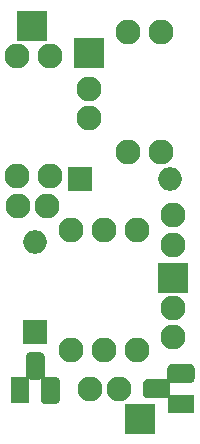
<source format=gbr>
G04 #@! TF.GenerationSoftware,KiCad,Pcbnew,(5.1.5)-3*
G04 #@! TF.CreationDate,2021-08-21T07:51:41-04:00*
G04 #@! TF.ProjectId,NoiseGen,4e6f6973-6547-4656-9e2e-6b696361645f,1*
G04 #@! TF.SameCoordinates,Original*
G04 #@! TF.FileFunction,Soldermask,Top*
G04 #@! TF.FilePolarity,Negative*
%FSLAX46Y46*%
G04 Gerber Fmt 4.6, Leading zero omitted, Abs format (unit mm)*
G04 Created by KiCad (PCBNEW (5.1.5)-3) date 2021-08-21 07:51:41*
%MOMM*%
%LPD*%
G04 APERTURE LIST*
%ADD10C,0.150000*%
%ADD11R,1.608000X2.308000*%
%ADD12R,2.308000X1.608000*%
%ADD13R,2.008000X2.008000*%
%ADD14O,2.008000X2.008000*%
%ADD15C,2.108000*%
%ADD16O,2.108000X2.108000*%
%ADD17R,2.508000X2.508000*%
G04 APERTURE END LIST*
D10*
G36*
X60913403Y-64754336D02*
G01*
X60952426Y-64760124D01*
X60990694Y-64769710D01*
X61027839Y-64783000D01*
X61063501Y-64799868D01*
X61097339Y-64820149D01*
X61129026Y-64843650D01*
X61158257Y-64870143D01*
X61184750Y-64899374D01*
X61208251Y-64931061D01*
X61228532Y-64964899D01*
X61245400Y-65000561D01*
X61258690Y-65037706D01*
X61268276Y-65075974D01*
X61274064Y-65114997D01*
X61276000Y-65154400D01*
X61276000Y-66658400D01*
X61274064Y-66697803D01*
X61268276Y-66736826D01*
X61258690Y-66775094D01*
X61245400Y-66812239D01*
X61228532Y-66847901D01*
X61208251Y-66881739D01*
X61184750Y-66913426D01*
X61158257Y-66942657D01*
X61129026Y-66969150D01*
X61097339Y-66992651D01*
X61063501Y-67012932D01*
X61027839Y-67029800D01*
X60990694Y-67043090D01*
X60952426Y-67052676D01*
X60913403Y-67058464D01*
X60874000Y-67060400D01*
X60070000Y-67060400D01*
X60030597Y-67058464D01*
X59991574Y-67052676D01*
X59953306Y-67043090D01*
X59916161Y-67029800D01*
X59880499Y-67012932D01*
X59846661Y-66992651D01*
X59814974Y-66969150D01*
X59785743Y-66942657D01*
X59759250Y-66913426D01*
X59735749Y-66881739D01*
X59715468Y-66847901D01*
X59698600Y-66812239D01*
X59685310Y-66775094D01*
X59675724Y-66736826D01*
X59669936Y-66697803D01*
X59668000Y-66658400D01*
X59668000Y-65154400D01*
X59669936Y-65114997D01*
X59675724Y-65075974D01*
X59685310Y-65037706D01*
X59698600Y-65000561D01*
X59715468Y-64964899D01*
X59735749Y-64931061D01*
X59759250Y-64899374D01*
X59785743Y-64870143D01*
X59814974Y-64843650D01*
X59846661Y-64820149D01*
X59880499Y-64799868D01*
X59916161Y-64783000D01*
X59953306Y-64769710D01*
X59991574Y-64760124D01*
X60030597Y-64754336D01*
X60070000Y-64752400D01*
X60874000Y-64752400D01*
X60913403Y-64754336D01*
G37*
G36*
X62183403Y-66824336D02*
G01*
X62222426Y-66830124D01*
X62260694Y-66839710D01*
X62297839Y-66853000D01*
X62333501Y-66869868D01*
X62367339Y-66890149D01*
X62399026Y-66913650D01*
X62428257Y-66940143D01*
X62454750Y-66969374D01*
X62478251Y-67001061D01*
X62498532Y-67034899D01*
X62515400Y-67070561D01*
X62528690Y-67107706D01*
X62538276Y-67145974D01*
X62544064Y-67184997D01*
X62546000Y-67224400D01*
X62546000Y-68728400D01*
X62544064Y-68767803D01*
X62538276Y-68806826D01*
X62528690Y-68845094D01*
X62515400Y-68882239D01*
X62498532Y-68917901D01*
X62478251Y-68951739D01*
X62454750Y-68983426D01*
X62428257Y-69012657D01*
X62399026Y-69039150D01*
X62367339Y-69062651D01*
X62333501Y-69082932D01*
X62297839Y-69099800D01*
X62260694Y-69113090D01*
X62222426Y-69122676D01*
X62183403Y-69128464D01*
X62144000Y-69130400D01*
X61340000Y-69130400D01*
X61300597Y-69128464D01*
X61261574Y-69122676D01*
X61223306Y-69113090D01*
X61186161Y-69099800D01*
X61150499Y-69082932D01*
X61116661Y-69062651D01*
X61084974Y-69039150D01*
X61055743Y-69012657D01*
X61029250Y-68983426D01*
X61005749Y-68951739D01*
X60985468Y-68917901D01*
X60968600Y-68882239D01*
X60955310Y-68845094D01*
X60945724Y-68806826D01*
X60939936Y-68767803D01*
X60938000Y-68728400D01*
X60938000Y-67224400D01*
X60939936Y-67184997D01*
X60945724Y-67145974D01*
X60955310Y-67107706D01*
X60968600Y-67070561D01*
X60985468Y-67034899D01*
X61005749Y-67001061D01*
X61029250Y-66969374D01*
X61055743Y-66940143D01*
X61084974Y-66913650D01*
X61116661Y-66890149D01*
X61150499Y-66869868D01*
X61186161Y-66853000D01*
X61223306Y-66839710D01*
X61261574Y-66830124D01*
X61300597Y-66824336D01*
X61340000Y-66822400D01*
X62144000Y-66822400D01*
X62183403Y-66824336D01*
G37*
D11*
X59202000Y-67976400D03*
D12*
X72810000Y-69100400D03*
D10*
G36*
X73601403Y-65758336D02*
G01*
X73640426Y-65764124D01*
X73678694Y-65773710D01*
X73715839Y-65787000D01*
X73751501Y-65803868D01*
X73785339Y-65824149D01*
X73817026Y-65847650D01*
X73846257Y-65874143D01*
X73872750Y-65903374D01*
X73896251Y-65935061D01*
X73916532Y-65968899D01*
X73933400Y-66004561D01*
X73946690Y-66041706D01*
X73956276Y-66079974D01*
X73962064Y-66118997D01*
X73964000Y-66158400D01*
X73964000Y-66962400D01*
X73962064Y-67001803D01*
X73956276Y-67040826D01*
X73946690Y-67079094D01*
X73933400Y-67116239D01*
X73916532Y-67151901D01*
X73896251Y-67185739D01*
X73872750Y-67217426D01*
X73846257Y-67246657D01*
X73817026Y-67273150D01*
X73785339Y-67296651D01*
X73751501Y-67316932D01*
X73715839Y-67333800D01*
X73678694Y-67347090D01*
X73640426Y-67356676D01*
X73601403Y-67362464D01*
X73562000Y-67364400D01*
X72058000Y-67364400D01*
X72018597Y-67362464D01*
X71979574Y-67356676D01*
X71941306Y-67347090D01*
X71904161Y-67333800D01*
X71868499Y-67316932D01*
X71834661Y-67296651D01*
X71802974Y-67273150D01*
X71773743Y-67246657D01*
X71747250Y-67217426D01*
X71723749Y-67185739D01*
X71703468Y-67151901D01*
X71686600Y-67116239D01*
X71673310Y-67079094D01*
X71663724Y-67040826D01*
X71657936Y-67001803D01*
X71656000Y-66962400D01*
X71656000Y-66158400D01*
X71657936Y-66118997D01*
X71663724Y-66079974D01*
X71673310Y-66041706D01*
X71686600Y-66004561D01*
X71703468Y-65968899D01*
X71723749Y-65935061D01*
X71747250Y-65903374D01*
X71773743Y-65874143D01*
X71802974Y-65847650D01*
X71834661Y-65824149D01*
X71868499Y-65803868D01*
X71904161Y-65787000D01*
X71941306Y-65773710D01*
X71979574Y-65764124D01*
X72018597Y-65758336D01*
X72058000Y-65756400D01*
X73562000Y-65756400D01*
X73601403Y-65758336D01*
G37*
G36*
X71531403Y-67028336D02*
G01*
X71570426Y-67034124D01*
X71608694Y-67043710D01*
X71645839Y-67057000D01*
X71681501Y-67073868D01*
X71715339Y-67094149D01*
X71747026Y-67117650D01*
X71776257Y-67144143D01*
X71802750Y-67173374D01*
X71826251Y-67205061D01*
X71846532Y-67238899D01*
X71863400Y-67274561D01*
X71876690Y-67311706D01*
X71886276Y-67349974D01*
X71892064Y-67388997D01*
X71894000Y-67428400D01*
X71894000Y-68232400D01*
X71892064Y-68271803D01*
X71886276Y-68310826D01*
X71876690Y-68349094D01*
X71863400Y-68386239D01*
X71846532Y-68421901D01*
X71826251Y-68455739D01*
X71802750Y-68487426D01*
X71776257Y-68516657D01*
X71747026Y-68543150D01*
X71715339Y-68566651D01*
X71681501Y-68586932D01*
X71645839Y-68603800D01*
X71608694Y-68617090D01*
X71570426Y-68626676D01*
X71531403Y-68632464D01*
X71492000Y-68634400D01*
X69988000Y-68634400D01*
X69948597Y-68632464D01*
X69909574Y-68626676D01*
X69871306Y-68617090D01*
X69834161Y-68603800D01*
X69798499Y-68586932D01*
X69764661Y-68566651D01*
X69732974Y-68543150D01*
X69703743Y-68516657D01*
X69677250Y-68487426D01*
X69653749Y-68455739D01*
X69633468Y-68421901D01*
X69616600Y-68386239D01*
X69603310Y-68349094D01*
X69593724Y-68310826D01*
X69587936Y-68271803D01*
X69586000Y-68232400D01*
X69586000Y-67428400D01*
X69587936Y-67388997D01*
X69593724Y-67349974D01*
X69603310Y-67311706D01*
X69616600Y-67274561D01*
X69633468Y-67238899D01*
X69653749Y-67205061D01*
X69677250Y-67173374D01*
X69703743Y-67144143D01*
X69732974Y-67117650D01*
X69764661Y-67094149D01*
X69798499Y-67073868D01*
X69834161Y-67057000D01*
X69871306Y-67043710D01*
X69909574Y-67034124D01*
X69948597Y-67028336D01*
X69988000Y-67026400D01*
X71492000Y-67026400D01*
X71531403Y-67028336D01*
G37*
D13*
X60472000Y-63004400D03*
D14*
X60472000Y-55384400D03*
X71902000Y-50050400D03*
D13*
X64282000Y-50050400D03*
D15*
X58948000Y-49796400D03*
D16*
X58948000Y-39636400D03*
X63520000Y-54368400D03*
D15*
X63520000Y-64528400D03*
D16*
X61742000Y-39636400D03*
D15*
X61742000Y-49796400D03*
D16*
X66314000Y-54368400D03*
D15*
X66314000Y-64528400D03*
X68346000Y-47764400D03*
D16*
X68346000Y-37604400D03*
D15*
X71140000Y-47764400D03*
D16*
X71140000Y-37604400D03*
D15*
X69108000Y-64528400D03*
D16*
X69108000Y-54368400D03*
D15*
X58988000Y-52336400D03*
X61488000Y-52336400D03*
X67584000Y-67830400D03*
X65084000Y-67830400D03*
X72156000Y-53138400D03*
X72156000Y-55638400D03*
X72156000Y-60972400D03*
X72156000Y-63472400D03*
X65044000Y-42430400D03*
X65044000Y-44930400D03*
D17*
X72156000Y-58432400D03*
X65044000Y-39382400D03*
X69362000Y-70370400D03*
X60218000Y-37096400D03*
M02*

</source>
